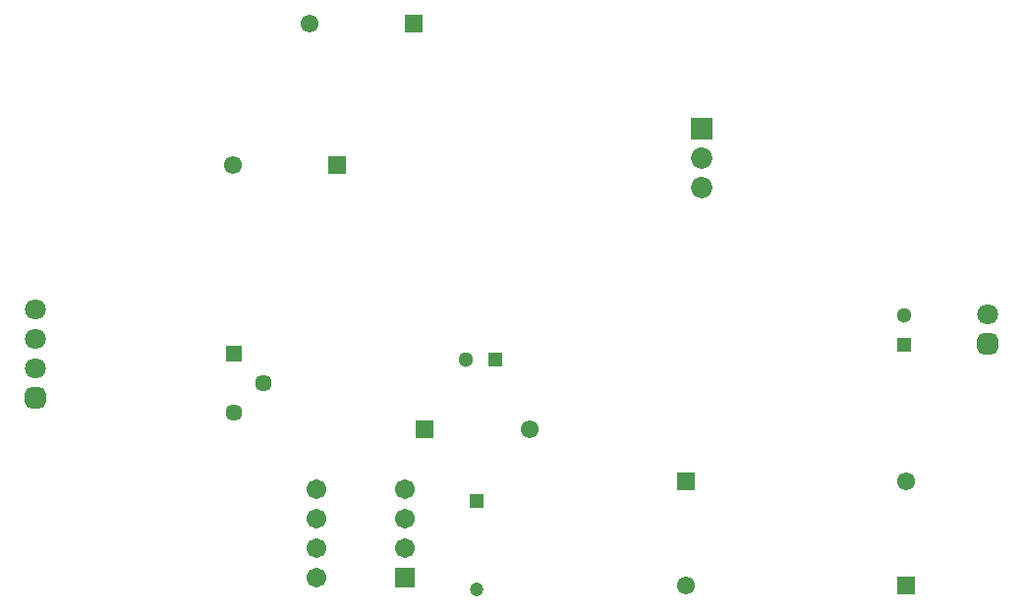
<source format=gts>
G04*
G04 #@! TF.GenerationSoftware,Altium Limited,Altium Designer,26.1.1 (7)*
G04*
G04 Layer_Color=8388736*
%FSLAX44Y44*%
%MOMM*%
G71*
G04*
G04 #@! TF.SameCoordinates,EF441179-3093-475D-96A6-CC9CF34828CB*
G04*
G04*
G04 #@! TF.FilePolarity,Negative*
G04*
G01*
G75*
%ADD14C,1.7032*%
%ADD15C,1.4532*%
%ADD16C,1.8500*%
%ADD17R,1.5532X1.5532*%
%ADD18R,1.5532X1.5532*%
%ADD19C,1.8032*%
%ADD20C,1.3000*%
%ADD21R,1.7032X1.7032*%
%ADD22R,1.4532X1.4532*%
G04:AMPARAMS|DCode=23|XSize=1.8032mm|YSize=1.8032mm|CornerRadius=0.5016mm|HoleSize=0mm|Usage=FLASHONLY|Rotation=90.000|XOffset=0mm|YOffset=0mm|HoleType=Round|Shape=RoundedRectangle|*
%AMROUNDEDRECTD23*
21,1,1.8032,0.8000,0,0,90.0*
21,1,0.8000,1.8032,0,0,90.0*
1,1,1.0032,0.4000,0.4000*
1,1,1.0032,0.4000,-0.4000*
1,1,1.0032,-0.4000,-0.4000*
1,1,1.0032,-0.4000,0.4000*
%
%ADD23ROUNDEDRECTD23*%
%ADD24C,1.5532*%
%ADD25R,1.2000X1.2000*%
%ADD26R,1.3000X1.3000*%
%ADD27C,1.2000*%
%ADD28R,1.3000X1.3000*%
%ADD29R,1.8500X1.8500*%
D14*
X1028100Y598100D02*
D03*
X951900D02*
D03*
Y572700D02*
D03*
Y547300D02*
D03*
Y521900D02*
D03*
X1028100Y572700D02*
D03*
Y547300D02*
D03*
D15*
X880350Y664600D02*
D03*
X905750Y690000D02*
D03*
D16*
X1283270Y858520D02*
D03*
Y883920D02*
D03*
D17*
X1045000Y650000D02*
D03*
X969560Y877570D02*
D03*
X1035600Y999490D02*
D03*
D18*
X1270000Y605000D02*
D03*
X1460000Y515000D02*
D03*
D19*
X709930Y702310D02*
D03*
X1530350Y749300D02*
D03*
X709930Y753110D02*
D03*
Y727710D02*
D03*
D20*
X1080000Y710000D02*
D03*
X1457960Y748030D02*
D03*
D21*
X1028100Y521900D02*
D03*
D22*
X880350Y715400D02*
D03*
D23*
X709930Y676910D02*
D03*
X1530350Y723900D02*
D03*
D24*
X1135000Y650000D02*
D03*
X1270000Y515000D02*
D03*
X945600Y999490D02*
D03*
X1460000Y605000D02*
D03*
X879560Y877570D02*
D03*
D25*
X1090000Y588130D02*
D03*
D26*
X1105400Y710000D02*
D03*
D27*
X1090000Y511870D02*
D03*
D28*
X1457960Y722630D02*
D03*
D29*
X1283270Y909320D02*
D03*
M02*

</source>
